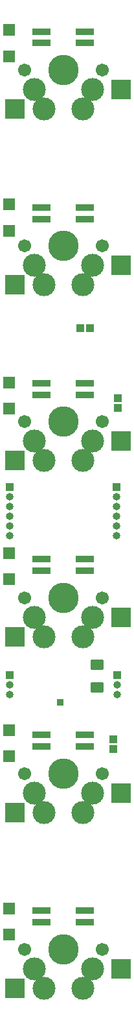
<source format=gbr>
G04 #@! TF.GenerationSoftware,KiCad,Pcbnew,(5.99.0-10337-g2ae264751f)*
G04 #@! TF.CreationDate,2021-04-30T16:38:17-07:00*
G04 #@! TF.ProjectId,single-col,73696e67-6c65-42d6-936f-6c2e6b696361,rev?*
G04 #@! TF.SameCoordinates,Original*
G04 #@! TF.FileFunction,Soldermask,Bot*
G04 #@! TF.FilePolarity,Negative*
%FSLAX46Y46*%
G04 Gerber Fmt 4.6, Leading zero omitted, Abs format (unit mm)*
G04 Created by KiCad (PCBNEW (5.99.0-10337-g2ae264751f)) date 2021-04-30 16:38:17*
%MOMM*%
%LPD*%
G01*
G04 APERTURE LIST*
G04 Aperture macros list*
%AMRoundRect*
0 Rectangle with rounded corners*
0 $1 Rounding radius*
0 $2 $3 $4 $5 $6 $7 $8 $9 X,Y pos of 4 corners*
0 Add a 4 corners polygon primitive as box body*
4,1,4,$2,$3,$4,$5,$6,$7,$8,$9,$2,$3,0*
0 Add four circle primitives for the rounded corners*
1,1,$1+$1,$2,$3*
1,1,$1+$1,$4,$5*
1,1,$1+$1,$6,$7*
1,1,$1+$1,$8,$9*
0 Add four rect primitives between the rounded corners*
20,1,$1+$1,$2,$3,$4,$5,0*
20,1,$1+$1,$4,$5,$6,$7,0*
20,1,$1+$1,$6,$7,$8,$9,0*
20,1,$1+$1,$8,$9,$2,$3,0*%
G04 Aperture macros list end*
%ADD10R,2.400000X0.820000*%
%ADD11R,1.000000X1.000000*%
%ADD12O,1.000000X1.000000*%
%ADD13R,1.524000X1.524000*%
%ADD14C,1.701800*%
%ADD15C,3.000000*%
%ADD16C,3.987800*%
%ADD17R,2.550000X2.500000*%
%ADD18R,0.850000X0.850000*%
%ADD19RoundRect,0.250001X-0.624999X0.462499X-0.624999X-0.462499X0.624999X-0.462499X0.624999X0.462499X0*%
G04 APERTURE END LIST*
D10*
X125130200Y-76040400D03*
X119530200Y-76040400D03*
X119530200Y-77540400D03*
X125130200Y-77540400D03*
D11*
X129275200Y-112564400D03*
D12*
X129275200Y-113834400D03*
X129275200Y-115104400D03*
X129275200Y-116374400D03*
X129275200Y-117644400D03*
X129275200Y-118914400D03*
D11*
X129375200Y-137089400D03*
D12*
X129375200Y-138359400D03*
X129375200Y-139629400D03*
D13*
X115255200Y-52894400D03*
X115255200Y-56294400D03*
D14*
X117252700Y-172889400D03*
D15*
X124872700Y-177969400D03*
X126142700Y-175429400D03*
X118522700Y-175429400D03*
D14*
X127412700Y-172889400D03*
D16*
X122332700Y-172889400D03*
D15*
X119792700Y-177969400D03*
D17*
X129892700Y-175429400D03*
X116042700Y-177969400D03*
D15*
X118522700Y-152479400D03*
X124872700Y-155019400D03*
X126142700Y-152479400D03*
D14*
X117252700Y-149939400D03*
D15*
X119792700Y-155019400D03*
D14*
X127412700Y-149939400D03*
D16*
X122332700Y-149939400D03*
D17*
X129892700Y-152479400D03*
X116042700Y-155019400D03*
D13*
X115255200Y-167594400D03*
X115255200Y-170994400D03*
D10*
X125130200Y-53089400D03*
X119530200Y-53089400D03*
X119530200Y-54589400D03*
X125130200Y-54589400D03*
X125130200Y-144893400D03*
X119530200Y-144893400D03*
X119530200Y-146393400D03*
X125130200Y-146393400D03*
D13*
X115255200Y-121204400D03*
X115255200Y-124604400D03*
X115255200Y-144324400D03*
X115255200Y-147724400D03*
X115255200Y-98934400D03*
X115255200Y-102334400D03*
D11*
X129475200Y-100914400D03*
X129475200Y-102189400D03*
X115375200Y-112564400D03*
D12*
X115375200Y-113834400D03*
X115375200Y-115104400D03*
X115375200Y-116374400D03*
X115375200Y-117644400D03*
X115375200Y-118914400D03*
D15*
X118522700Y-129529400D03*
D14*
X127412700Y-126989400D03*
D15*
X126142700Y-129529400D03*
D14*
X117252700Y-126989400D03*
D15*
X124872700Y-132069400D03*
D16*
X122332700Y-126989400D03*
D15*
X119792700Y-132069400D03*
D17*
X129892700Y-129529400D03*
X116042700Y-132069400D03*
D10*
X125130200Y-121942400D03*
X119530200Y-121942400D03*
X119530200Y-123442400D03*
X125130200Y-123442400D03*
D11*
X125825200Y-91814400D03*
X124550200Y-91814400D03*
D15*
X119792700Y-63219400D03*
D14*
X117252700Y-58139400D03*
X127412700Y-58139400D03*
D15*
X118522700Y-60679400D03*
X126142700Y-60679400D03*
D16*
X122332700Y-58139400D03*
D15*
X124872700Y-63219400D03*
D17*
X129892700Y-60679400D03*
X116042700Y-63219400D03*
D15*
X118522700Y-83629400D03*
X124872700Y-86169400D03*
X126142700Y-83629400D03*
D14*
X127412700Y-81089400D03*
D16*
X122332700Y-81089400D03*
D15*
X119792700Y-86169400D03*
D14*
X117252700Y-81089400D03*
D17*
X129892700Y-83629400D03*
X116042700Y-86169400D03*
D11*
X128925200Y-145464400D03*
X128925200Y-146739400D03*
D15*
X126142700Y-106579400D03*
X124872700Y-109119400D03*
D14*
X117252700Y-104039400D03*
D16*
X122332700Y-104039400D03*
D15*
X118522700Y-106579400D03*
X119792700Y-109119400D03*
D14*
X127412700Y-104039400D03*
D17*
X129892700Y-106579400D03*
X116042700Y-109119400D03*
D18*
X121975200Y-140664400D03*
D10*
X125130200Y-98991400D03*
X119530200Y-98991400D03*
X119530200Y-100491400D03*
X125130200Y-100491400D03*
D11*
X115375200Y-137089400D03*
D12*
X115375200Y-138359400D03*
X115375200Y-139629400D03*
D13*
X115255200Y-75664400D03*
X115255200Y-79064400D03*
D10*
X125130200Y-167844400D03*
X119530200Y-167844400D03*
X119530200Y-169344400D03*
X125130200Y-169344400D03*
D19*
X126775200Y-135764400D03*
X126775200Y-138739400D03*
M02*

</source>
